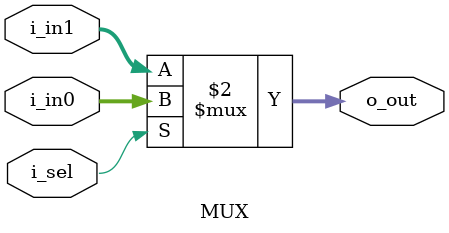
<source format=v>



module pc_adder
  (
    i_Adder,
	o_Adder
	);

  input [7:0] i_Adder;   // Given from Program Counter
  
  output [7:0] o_Adder;  // Outputs to second input of MUX_1
  

  assign o_Adder = i_Adder + 1; // increments by 1
  
endmodule


// MUX ---------------------------------------------------------------------------
// MUX 1
// Chooses which input will be used for PC, if it is a branch or not taken, selects the adder input
// otherwie the input is from the Instruction Register (IR)
//MUX 2
// Chooses second operand for ALU
// selects IR if high, otherwise selects the Data Registry (DR) from Data Memory(RAM)

module MUX
  (
    i_in0,
	i_in1,
	i_sel,
	o_out
	);
	
  input [7:0] i_in0; // Instruction Register (IR) for both 1 and 2
  
  input [7:0] i_in1; // pc_adder output for 1, (DR) for 2
  
  input i_sel;
  
  output [7:0] o_out; // input into program counter for 1, second pc_adder input for 2
  
assign o_out = ( i_sel == 1'b1 ) ? i_in0 : i_in1; // selects first input if high, otherwise it selects the second input

endmodule
  
// Note that assign is used, if we had a more complex multiplexer with more than 2 inputs or selects, then a case statement would be preferrable for readability

</source>
